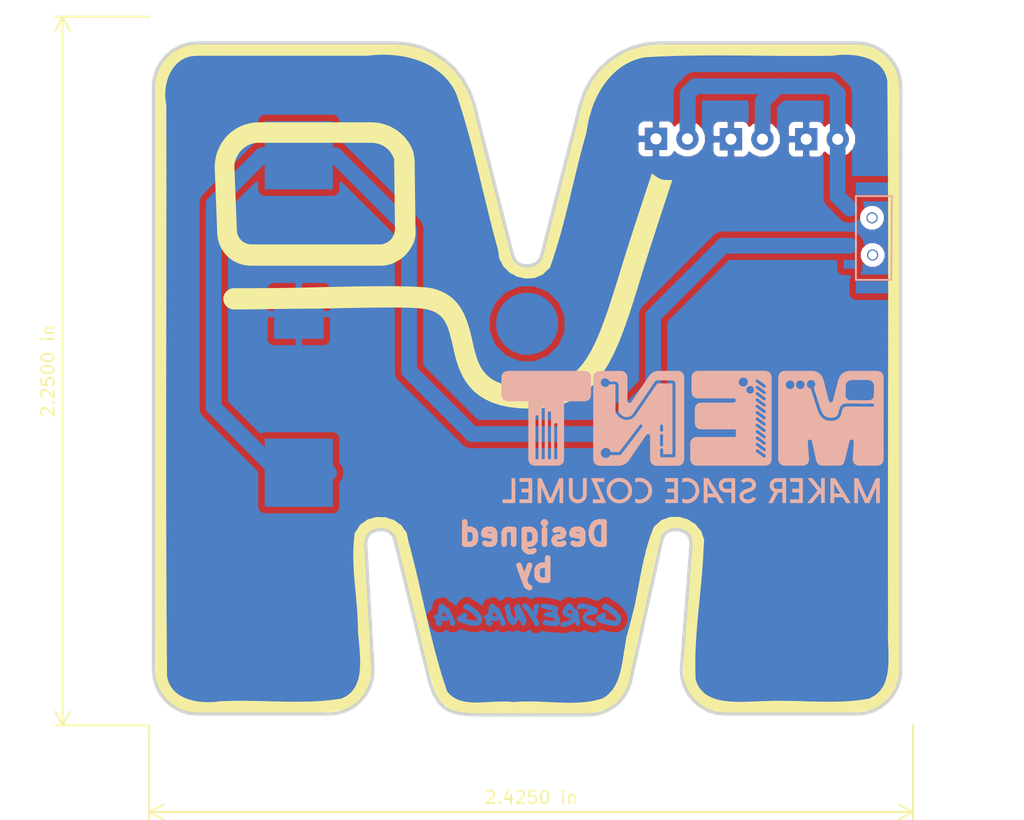
<source format=kicad_pcb>
(kicad_pcb (version 20171130) (host pcbnew 5.0.2-bee76a0~70~ubuntu16.04.1)
  (title_block (title "Project Title"))
  (layers (0 F.Cu signal) (31 B.Cu signal) (34 B.Paste user) (35 F.Paste user) (36 B.SilkS user) (37 F.SilkS user) (38 B.Mask user) (39 F.Mask user) (44 Edge.Cuts user))
  (net 0 "")
  (net 1 "Net-(BT1-Pad1)")
  (net 2 GND)
  (net 3 "Net-(D1-Pad2)")
  (module Cozumel:S8211R_Battery_Holder (layer B.Cu) (at 120.015 100.1776 270)
    (fp_text reference BT1)
    (fp_text value Battery_Cell)
    (pad 2 smd rect (at 0 0 270) (size 4 4) (layers B.Cu B.Paste B.Mask) (net 2 GND))
    (pad 1 smd rect (at -12.8 0 270) (size 5.5 5.5) (layers B.Cu B.Paste B.Mask) (net 1 "Net-(BT1-Pad1)"))
    (pad 1 smd rect (at 12.8 0 270) (size 5.5 5.5) (layers B.Cu B.Paste B.Mask) (net 1 "Net-(BT1-Pad1)"))
  )
  (module HG:MSK12C02 (layer B.Cu) (at 167.64 90.17 180)
    (fp_text reference SW1 hide)
    (fp_text value SW_SPDT hide)
    (pad "" np_thru_hole circle (at 1.35 -5.25 180) (size 0.9 0.9) (drill 0.7) (layers *.Cu *.Mask))
    (pad "" np_thru_hole circle (at 1.4 -2.25 180) (size 0.9 0.9) (drill 0.7) (layers *.Cu *.Mask))
    (pad NC smd rect (at 1.3 -7.85 180) (size 2.8 1) (layers B.Cu B.Paste B.Mask))
    (pad 2 smd rect (at 3.2 -4.5 90) (size 0.7 1) (layers B.Cu B.Paste B.Mask) (net 1 "Net-(BT1-Pad1)"))
    (pad 3 smd rect (at 3.2 -6 90) (size 0.7 1) (layers B.Cu B.Paste B.Mask))
    (pad 1 smd rect (at 3.2 -1.5 90) (size 0.7 1) (layers B.Cu B.Paste B.Mask) (net 3 "Net-(D1-Pad2)"))
    (pad NC smd rect (at 1.3 0.1 180) (size 2.8 1) (layers B.Cu B.Paste B.Mask))
  )
  (module Cozumel:LED_D3.0mm (layer F.Cu) (at 148.8186 86.0552)
    (fp_text reference D1)
    (fp_text value LED)
    (pad 1 thru_hole rect (at 0 0) (size 1.8 1.8) (drill 0.9) (layers *.Cu *.Mask) (net 2 GND))
    (pad 2 thru_hole circle (at 2.54 0) (size 1.8 1.8) (drill 0.9) (layers *.Cu *.Mask) (net 3 "Net-(D1-Pad2)"))
  )
  (module Cozumel:LED_D3.0mm (layer F.Cu) (at 154.8638 86.0806)
    (fp_text reference D2)
    (fp_text value LED)
    (pad 2 thru_hole circle (at 2.54 0) (size 1.8 1.8) (drill 0.9) (layers *.Cu *.Mask) (net 3 "Net-(D1-Pad2)"))
    (pad 1 thru_hole rect (at 0 0) (size 1.8 1.8) (drill 0.9) (layers *.Cu *.Mask) (net 2 GND))
  )
  (module Cozumel:LED_D3.0mm (layer F.Cu) (at 160.9344 86.0806)
    (fp_text reference D3)
    (fp_text value LED)
    (pad 1 thru_hole rect (at 0 0) (size 1.8 1.8) (drill 0.9) (layers *.Cu *.Mask) (net 2 GND))
    (pad 2 thru_hole circle (at 2.54 0) (size 1.8 1.8) (drill 0.9) (layers *.Cu *.Mask) (net 3 "Net-(D1-Pad2)"))
  )
  (module Cozumel:Edge.SilkS.All.01 (layer F.Cu) (at 138.43 105.41)
    (fp_text reference svg2mod hide)
    (fp_text value G*** hide)
    (fp_line (start 17.314042 27.026845) (end 15.992359 27.026845) (layer Edge.Cuts) (width 0.264375))
    (fp_line (start 18.635723 27.026845) (end 17.314042 27.026845) (layer Edge.Cuts) (width 0.264375))
    (fp_line (start 19.957406 27.026845) (end 18.635723 27.026845) (layer Edge.Cuts) (width 0.264375))
    (fp_line (start 21.279087 27.026845) (end 19.957406 27.026845) (layer Edge.Cuts) (width 0.264375))
    (fp_line (start 22.60077 27.026845) (end 21.279087 27.026845) (layer Edge.Cuts) (width 0.264375))
    (fp_line (start 23.922453 27.026845) (end 22.60077 27.026845) (layer Edge.Cuts) (width 0.264375))
    (fp_line (start 25.244134 27.026845) (end 23.922453 27.026845) (layer Edge.Cuts) (width 0.264375))
    (fp_line (start 26.565817 27.026845) (end 25.244134 27.026845) (layer Edge.Cuts) (width 0.264375))
    (fp_line (start 27.288354 26.954824) (end 26.565817 27.026845) (layer Edge.Cuts) (width 0.264375))
    (fp_line (start 27.95978 26.748051) (end 27.288354 26.954824) (layer Edge.Cuts) (width 0.264375))
    (fp_line (start 28.566154 26.42047) (end 27.95978 26.748051) (layer Edge.Cuts) (width 0.264375))
    (fp_line (start 29.093537 25.98602) (end 28.566154 26.42047) (layer Edge.Cuts) (width 0.264375))
    (fp_line (start 29.527987 25.458637) (end 29.093537 25.98602) (layer Edge.Cuts) (width 0.264375))
    (fp_line (start 29.855568 24.852263) (end 29.527987 25.458637) (layer Edge.Cuts) (width 0.264375))
    (fp_line (start 30.062341 24.18084) (end 29.855568 24.852263) (layer Edge.Cuts) (width 0.264375))
    (fp_line (start 30.093524 24.004454) (end 30.062341 24.18084) (layer Edge.Cuts) (width 0.264375))
    (fp_line (start 30.116074 23.82509) (end 30.093524 24.004454) (layer Edge.Cuts) (width 0.264375))
    (fp_line (start 30.129761 23.642966) (end 30.116074 23.82509) (layer Edge.Cuts) (width 0.264375))
    (fp_line (start 30.134362 23.458303) (end 30.129761 23.642966) (layer Edge.Cuts) (width 0.264375))
    (fp_line (start 30.134362 21.989997) (end 30.134362 23.458303) (layer Edge.Cuts) (width 0.264375))
    (fp_line (start 30.134362 20.52169) (end 30.134362 21.989997) (layer Edge.Cuts) (width 0.264375))
    (fp_line (start 30.134362 19.053381) (end 30.134362 20.52169) (layer Edge.Cuts) (width 0.264375))
    (fp_line (start 30.134362 17.585075) (end 30.134362 19.053381) (layer Edge.Cuts) (width 0.264375))
    (fp_line (start 30.134362 16.116769) (end 30.134362 17.585075) (layer Edge.Cuts) (width 0.264375))
    (fp_line (start 30.134362 14.648463) (end 30.134362 16.116769) (layer Edge.Cuts) (width 0.264375))
    (fp_line (start 30.134362 13.180157) (end 30.134362 14.648463) (layer Edge.Cuts) (width 0.264375))
    (fp_line (start 30.134362 11.71185) (end 30.134362 13.180157) (layer Edge.Cuts) (width 0.264375))
    (fp_line (start 30.134362 10.243541) (end 30.134362 11.71185) (layer Edge.Cuts) (width 0.264375))
    (fp_line (start 30.134362 8.775235) (end 30.134362 10.243541) (layer Edge.Cuts) (width 0.264375))
    (fp_line (start 30.134362 7.306929) (end 30.134362 8.775235) (layer Edge.Cuts) (width 0.264375))
    (fp_line (start 30.134362 5.838623) (end 30.134362 7.306929) (layer Edge.Cuts) (width 0.264375))
    (fp_line (start 30.134362 4.370316) (end 30.134362 5.838623) (layer Edge.Cuts) (width 0.264375))
    (fp_line (start 30.134362 2.90201) (end 30.134362 4.370316) (layer Edge.Cuts) (width 0.264375))
    (fp_line (start 30.134362 1.433701) (end 30.134362 2.90201) (layer Edge.Cuts) (width 0.264375))
    (fp_line (start 30.134362 -0.034605) (end 30.134362 1.433701) (layer Edge.Cuts) (width 0.264375))
    (fp_line (start 30.134362 -1.502911) (end 30.134362 -0.034605) (layer Edge.Cuts) (width 0.264375))
    (fp_line (start 30.134362 -2.971218) (end 30.134362 -1.502911) (layer Edge.Cuts) (width 0.264375))
    (fp_line (start 30.134362 -4.439524) (end 30.134362 -2.971218) (layer Edge.Cuts) (width 0.264375))
    (fp_line (start 30.134362 -5.907831) (end 30.134362 -4.439524) (layer Edge.Cuts) (width 0.264375))
    (fp_line (start 30.134362 -7.376138) (end 30.134362 -5.907831) (layer Edge.Cuts) (width 0.264375))
    (fp_line (start 30.134362 -8.844444) (end 30.134362 -7.376138) (layer Edge.Cuts) (width 0.264375))
    (fp_line (start 30.134362 -10.312751) (end 30.134362 -8.844444) (layer Edge.Cuts) (width 0.264375))
    (fp_line (start 30.134362 -11.781058) (end 30.134362 -10.312751) (layer Edge.Cuts) (width 0.264375))
    (fp_line (start 30.134362 -13.249364) (end 30.134362 -11.781058) (layer Edge.Cuts) (width 0.264375))
    (fp_line (start 30.134362 -14.717671) (end 30.134362 -13.249364) (layer Edge.Cuts) (width 0.264375))
    (fp_line (start 30.134362 -16.185978) (end 30.134362 -14.717671) (layer Edge.Cuts) (width 0.264375))
    (fp_line (start 30.134362 -17.654284) (end 30.134362 -16.185978) (layer Edge.Cuts) (width 0.264375))
    (fp_line (start 30.134362 -19.122591) (end 30.134362 -17.654284) (layer Edge.Cuts) (width 0.264375))
    (fp_line (start 30.134362 -20.590898) (end 30.134362 -19.122591) (layer Edge.Cuts) (width 0.264375))
    (fp_line (start 30.134362 -22.059204) (end 30.134362 -20.590898) (layer Edge.Cuts) (width 0.264375))
    (fp_line (start 30.134362 -23.527511) (end 30.134362 -22.059204) (layer Edge.Cuts) (width 0.264375))
    (fp_line (start 30.062341 -24.250048) (end 30.134362 -23.527511) (layer Edge.Cuts) (width 0.264375))
    (fp_line (start 29.855568 -24.921473) (end 30.062341 -24.250048) (layer Edge.Cuts) (width 0.264375))
    (fp_line (start 29.527987 -25.527847) (end 29.855568 -24.921473) (layer Edge.Cuts) (width 0.264375))
    (fp_line (start 29.093537 -26.055229) (end 29.527987 -25.527847) (layer Edge.Cuts) (width 0.264375))
    (fp_line (start 28.566154 -26.48968) (end 29.093537 -26.055229) (layer Edge.Cuts) (width 0.264375))
    (fp_line (start 27.95978 -26.817262) (end 28.566154 -26.48968) (layer Edge.Cuts) (width 0.264375))
    (fp_line (start 27.288354 -27.024033) (end 27.95978 -26.817262) (layer Edge.Cuts) (width 0.264375))
    (fp_line (start 26.565817 -27.096054) (end 27.288354 -27.024033) (layer Edge.Cuts) (width 0.264375))
    (fp_line (start 24.575033 -27.096054) (end 26.565817 -27.096054) (layer Edge.Cuts) (width 0.264375))
    (fp_line (start 22.584249 -27.096054) (end 24.575033 -27.096054) (layer Edge.Cuts) (width 0.264375))
    (fp_line (start 20.593464 -27.096054) (end 22.584249 -27.096054) (layer Edge.Cuts) (width 0.264375))
    (fp_line (start 18.60268 -27.096054) (end 20.593464 -27.096054) (layer Edge.Cuts) (width 0.264375))
    (fp_line (start 16.611896 -27.096054) (end 18.60268 -27.096054) (layer Edge.Cuts) (width 0.264375))
    (fp_line (start 14.621112 -27.096054) (end 16.611896 -27.096054) (layer Edge.Cuts) (width 0.264375))
    (fp_line (start 12.630328 -27.096054) (end 14.621112 -27.096054) (layer Edge.Cuts) (width 0.264375))
    (fp_line (start 10.639544 -27.096054) (end 12.630328 -27.096054) (layer Edge.Cuts) (width 0.264375))
    (fp_line (start 9.542961 -27.002349) (end 10.639544 -27.096054) (layer Edge.Cuts) (width 0.264375))
    (fp_line (start 8.495942 -26.730526) (end 9.542961 -27.002349) (layer Edge.Cuts) (width 0.264375))
    (fp_line (start 7.517068 -26.294526) (end 8.495942 -26.730526) (layer Edge.Cuts) (width 0.264375))
    (fp_line (start 6.624933 -25.708287) (end 7.517068 -26.294526) (layer Edge.Cuts) (width 0.264375))
    (fp_line (start 5.83812 -24.98575) (end 6.624933 -25.708287) (layer Edge.Cuts) (width 0.264375))
    (fp_line (start 5.175214 -24.140854) (end 5.83812 -24.98575) (layer Edge.Cuts) (width 0.264375))
    (fp_line (start 4.654801 -23.187539) (end 5.175214 -24.140854) (layer Edge.Cuts) (width 0.264375))
    (fp_line (start 4.295468 -22.139744) (end 4.654801 -23.187539) (layer Edge.Cuts) (width 0.264375))
    (fp_line (start 3.907223 -20.62807) (end 4.295468 -22.139744) (layer Edge.Cuts) (width 0.264375))
    (fp_line (start 3.518978 -19.116396) (end 3.907223 -20.62807) (layer Edge.Cuts) (width 0.264375))
    (fp_line (start 3.130734 -17.604721) (end 3.518978 -19.116396) (layer Edge.Cuts) (width 0.264375))
    (fp_line (start 2.742489 -16.093047) (end 3.130734 -17.604721) (layer Edge.Cuts) (width 0.264375))
    (fp_line (start 2.354247 -14.581373) (end 2.742489 -16.093047) (layer Edge.Cuts) (width 0.264375))
    (fp_line (start 1.966003 -13.069698) (end 2.354247 -14.581373) (layer Edge.Cuts) (width 0.264375))
    (fp_line (start 1.577758 -11.558024) (end 1.966003 -13.069698) (layer Edge.Cuts) (width 0.264375))
    (fp_line (start 1.189514 -10.04635) (end 1.577758 -11.558024) (layer Edge.Cuts) (width 0.264375))
    (fp_line (start 1.097743 -9.778915) (end 1.189514 -10.04635) (layer Edge.Cuts) (width 0.264375))
    (fp_line (start 0.975773 -9.56724) (end 1.097743 -9.778915) (layer Edge.Cuts) (width 0.264375))
    (fp_line (start 0.830569 -9.405127) (end 0.975773 -9.56724) (layer Edge.Cuts) (width 0.264375))
    (fp_line (start 0.669101 -9.286382) (end 0.830569 -9.405127) (layer Edge.Cuts) (width 0.264375))
    (fp_line (start 0.498343 -9.204809) (end 0.669101 -9.286382) (layer Edge.Cuts) (width 0.264375))
    (fp_line (start 0.325259 -9.154214) (end 0.498343 -9.204809) (layer Edge.Cuts) (width 0.264375))
    (fp_line (start 0.15682 -9.128399) (end 0.325259 -9.154214) (layer Edge.Cuts) (width 0.264375))
    (fp_line (start 0.000001 -9.121171) (end 0.15682 -9.128399) (layer Edge.Cuts) (width 0.264375))
    (fp_line (start -0.156819 -9.128399) (end 0.000001 -9.121171) (layer Edge.Cuts) (width 0.264375))
    (fp_line (start -0.325258 -9.154214) (end -0.156819 -9.128399) (layer Edge.Cuts) (width 0.264375))
    (fp_line (start -0.498342 -9.204809) (end -0.325258 -9.154214) (layer Edge.Cuts) (width 0.264375))
    (fp_line (start -0.669103 -9.286382) (end -0.498342 -9.204809) (layer Edge.Cuts) (width 0.264375))
    (fp_line (start -0.830571 -9.405127) (end -0.669103 -9.286382) (layer Edge.Cuts) (width 0.264375))
    (fp_line (start -0.975774 -9.56724) (end -0.830571 -9.405127) (layer Edge.Cuts) (width 0.264375))
    (fp_line (start -1.097745 -9.778915) (end -0.975774 -9.56724) (layer Edge.Cuts) (width 0.264375))
    (fp_line (start -1.189515 -10.04635) (end -1.097745 -9.778915) (layer Edge.Cuts) (width 0.264375))
    (fp_line (start -1.57776 -11.566284) (end -1.189515 -10.04635) (layer Edge.Cuts) (width 0.264375))
    (fp_line (start -1.966005 -13.086219) (end -1.57776 -11.566284) (layer Edge.Cuts) (width 0.264375))
    (fp_line (start -2.354249 -14.606154) (end -1.966005 -13.086219) (layer Edge.Cuts) (width 0.264375))
    (fp_line (start -2.742491 -16.126089) (end -2.354249 -14.606154) (layer Edge.Cuts) (width 0.264375))
    (fp_line (start -3.130736 -17.646024) (end -2.742491 -16.126089) (layer Edge.Cuts) (width 0.264375))
    (fp_line (start -3.51898 -19.165959) (end -3.130736 -17.646024) (layer Edge.Cuts) (width 0.264375))
    (fp_line (start -3.907225 -20.685894) (end -3.51898 -19.165959) (layer Edge.Cuts) (width 0.264375))
    (fp_line (start -4.295469 -22.205829) (end -3.907225 -20.685894) (layer Edge.Cuts) (width 0.264375))
    (fp_line (start -4.673774 -23.231811) (end -4.295469 -22.205829) (layer Edge.Cuts) (width 0.264375))
    (fp_line (start -5.203093 -24.168734) (end -4.673774 -23.231811) (layer Edge.Cuts) (width 0.264375))
    (fp_line (start -5.867161 -25.001884) (end -5.203093 -24.168734) (layer Edge.Cuts) (width 0.264375))
    (fp_line (start -6.649715 -25.716548) (end -5.867161 -25.001884) (layer Edge.Cuts) (width 0.264375))
    (fp_line (start -7.534494 -26.298011) (end -6.649715 -25.716548) (layer Edge.Cuts) (width 0.264375))
    (fp_line (start -8.505234 -26.731559) (end -7.534494 -26.298011) (layer Edge.Cuts) (width 0.264375))
    (fp_line (start -9.545671 -27.002478) (end -8.505234 -26.731559) (layer Edge.Cuts) (width 0.264375))
    (fp_line (start -10.639544 -27.096054) (end -9.545671 -27.002478) (layer Edge.Cuts) (width 0.264375))
    (fp_line (start -12.630329 -27.096054) (end -10.639544 -27.096054) (layer Edge.Cuts) (width 0.264375))
    (fp_line (start -14.621113 -27.096054) (end -12.630329 -27.096054) (layer Edge.Cuts) (width 0.264375))
    (fp_line (start -16.611897 -27.096054) (end -14.621113 -27.096054) (layer Edge.Cuts) (width 0.264375))
    (fp_line (start -18.602682 -27.096054) (end -16.611897 -27.096054) (layer Edge.Cuts) (width 0.264375))
    (fp_line (start -20.593466 -27.096054) (end -18.602682 -27.096054) (layer Edge.Cuts) (width 0.264375))
    (fp_line (start -22.58425 -27.096054) (end -20.593466 -27.096054) (layer Edge.Cuts) (width 0.264375))
    (fp_line (start -24.575034 -27.096054) (end -22.58425 -27.096054) (layer Edge.Cuts) (width 0.264375))
    (fp_line (start -26.565819 -27.096054) (end -24.575034 -27.096054) (layer Edge.Cuts) (width 0.264375))
    (fp_line (start -27.288356 -27.024033) (end -26.565819 -27.096054) (layer Edge.Cuts) (width 0.264375))
    (fp_line (start -27.959781 -26.817262) (end -27.288356 -27.024033) (layer Edge.Cuts) (width 0.264375))
    (fp_line (start -28.566154 -26.48968) (end -27.959781 -26.817262) (layer Edge.Cuts) (width 0.264375))
    (fp_line (start -29.093537 -26.055229) (end -28.566154 -26.48968) (layer Edge.Cuts) (width 0.264375))
    (fp_line (start -29.527988 -25.527847) (end -29.093537 -26.055229) (layer Edge.Cuts) (width 0.264375))
    (fp_line (start -29.855569 -24.921473) (end -29.527988 -25.527847) (layer Edge.Cuts) (width 0.264375))
    (fp_line (start -30.06234 -24.250048) (end -29.855569 -24.921473) (layer Edge.Cuts) (width 0.264375))
    (fp_line (start -30.093523 -24.073661) (end -30.06234 -24.250048) (layer Edge.Cuts) (width 0.264375))
    (fp_line (start -30.116066 -23.894297) (end -30.093523 -24.073661) (layer Edge.Cuts) (width 0.264375))
    (fp_line (start -30.129751 -23.712175) (end -30.116066 -23.894297) (layer Edge.Cuts) (width 0.264375))
    (fp_line (start -30.134362 -23.527511) (end -30.129751 -23.712175) (layer Edge.Cuts) (width 0.264375))
    (fp_line (start -30.134362 -22.059204) (end -30.134362 -23.527511) (layer Edge.Cuts) (width 0.264375))
    (fp_line (start -30.134362 -20.590898) (end -30.134362 -22.059204) (layer Edge.Cuts) (width 0.264375))
    (fp_line (start -30.134362 -19.122591) (end -30.134362 -20.590898) (layer Edge.Cuts) (width 0.264375))
    (fp_line (start -30.134362 -17.654284) (end -30.134362 -19.122591) (layer Edge.Cuts) (width 0.264375))
    (fp_line (start -30.134362 -16.185978) (end -30.134362 -17.654284) (layer Edge.Cuts) (width 0.264375))
    (fp_line (start -30.134362 -14.717671) (end -30.134362 -16.185978) (layer Edge.Cuts) (width 0.264375))
    (fp_line (start -30.134362 -13.249364) (end -30.134362 -14.717671) (layer Edge.Cuts) (width 0.264375))
    (fp_line (start -30.134362 -11.781058) (end -30.134362 -13.249364) (layer Edge.Cuts) (width 0.264375))
    (fp_line (start -30.134362 -10.312751) (end -30.134362 -11.781058) (layer Edge.Cuts) (width 0.264375))
    (fp_line (start -30.134362 -8.844444) (end -30.134362 -10.312751) (layer Edge.Cuts) (width 0.264375))
    (fp_line (start -30.134362 -7.376138) (end -30.134362 -8.844444) (layer Edge.Cuts) (width 0.264375))
    (fp_line (start -30.134362 -5.907831) (end -30.134362 -7.376138) (layer Edge.Cuts) (width 0.264375))
    (fp_line (start -30.134362 -4.439524) (end -30.134362 -5.907831) (layer Edge.Cuts) (width 0.264375))
    (fp_line (start -30.134362 -2.971218) (end -30.134362 -4.439524) (layer Edge.Cuts) (width 0.264375))
    (fp_line (start -30.134362 -1.502911) (end -30.134362 -2.971218) (layer Edge.Cuts) (width 0.264375))
    (fp_line (start -30.134362 -0.034605) (end -30.134362 -1.502911) (layer Edge.Cuts) (width 0.264375))
    (fp_line (start -30.134362 1.433701) (end -30.134362 -0.034605) (layer Edge.Cuts) (width 0.264375))
    (fp_line (start -30.134362 2.90201) (end -30.134362 1.433701) (layer Edge.Cuts) (width 0.264375))
    (fp_line (start -30.134362 4.370316) (end -30.134362 2.90201) (layer Edge.Cuts) (width 0.264375))
    (fp_line (start -30.134362 5.838623) (end -30.134362 4.370316) (layer Edge.Cuts) (width 0.264375))
    (fp_line (start -30.134362 7.306929) (end -30.134362 5.838623) (layer Edge.Cuts) (width 0.264375))
    (fp_line (start -30.134362 8.775235) (end -30.134362 7.306929) (layer Edge.Cuts) (width 0.264375))
    (fp_line (start -30.134362 10.243541) (end -30.134362 8.775235) (layer Edge.Cuts) (width 0.264375))
    (fp_line (start -30.134362 11.71185) (end -30.134362 10.243541) (layer Edge.Cuts) (width 0.264375))
    (fp_line (start -30.134362 13.180157) (end -30.134362 11.71185) (layer Edge.Cuts) (width 0.264375))
    (fp_line (start -30.134362 14.648463) (end -30.134362 13.180157) (layer Edge.Cuts) (width 0.264375))
    (fp_line (start -30.134362 16.116769) (end -30.134362 14.648463) (layer Edge.Cuts) (width 0.264375))
    (fp_line (start -30.134362 17.585075) (end -30.134362 16.116769) (layer Edge.Cuts) (width 0.264375))
    (fp_line (start -30.134362 19.053381) (end -30.134362 17.585075) (layer Edge.Cuts) (width 0.264375))
    (fp_line (start -30.134362 20.52169) (end -30.134362 19.053381) (layer Edge.Cuts) (width 0.264375))
    (fp_line (start -30.134362 21.989997) (end -30.134362 20.52169) (layer Edge.Cuts) (width 0.264375))
    (fp_line (start -30.134362 23.458303) (end -30.134362 21.989997) (layer Edge.Cuts) (width 0.264375))
    (fp_line (start -30.06234 24.18084) (end -30.134362 23.458303) (layer Edge.Cuts) (width 0.264375))
    (fp_line (start -29.855569 24.852263) (end -30.06234 24.18084) (layer Edge.Cuts) (width 0.264375))
    (fp_line (start -29.527988 25.458637) (end -29.855569 24.852263) (layer Edge.Cuts) (width 0.264375))
    (fp_line (start -29.093537 25.98602) (end -29.527988 25.458637) (layer Edge.Cuts) (width 0.264375))
    (fp_line (start -28.566154 26.420459) (end -29.093537 25.98602) (layer Edge.Cuts) (width 0.264375))
    (fp_line (start -27.959781 26.74804) (end -28.566154 26.420459) (layer Edge.Cuts) (width 0.264375))
    (fp_line (start -27.288356 26.954813) (end -27.959781 26.74804) (layer Edge.Cuts) (width 0.264375))
    (fp_line (start -26.565819 27.026833) (end -27.288356 26.954813) (layer Edge.Cuts) (width 0.264375))
    (fp_line (start -25.244136 27.026833) (end -26.565819 27.026833) (layer Edge.Cuts) (width 0.264375))
    (fp_line (start -23.922454 27.026833) (end -25.244136 27.026833) (layer Edge.Cuts) (width 0.264375))
    (fp_line (start -22.600771 27.026833) (end -23.922454 27.026833) (layer Edge.Cuts) (width 0.264375))
    (fp_line (start -21.279089 27.026833) (end -22.600771 27.026833) (layer Edge.Cuts) (width 0.264375))
    (fp_line (start -19.957406 27.026833) (end -21.279089 27.026833) (layer Edge.Cuts) (width 0.264375))
    (fp_line (start -18.635724 27.026833) (end -19.957406 27.026833) (layer Edge.Cuts) (width 0.264375))
    (fp_line (start -17.314041 27.026833) (end -18.635724 27.026833) (layer Edge.Cuts) (width 0.264375))
    (fp_line (start -15.992359 27.026833) (end -17.314041 27.026833) (layer Edge.Cuts) (width 0.264375))
    (fp_line (start -15.269822 26.954813) (end -15.992359 27.026833) (layer Edge.Cuts) (width 0.264375))
    (fp_line (start -14.598397 26.74804) (end -15.269822 26.954813) (layer Edge.Cuts) (width 0.264375))
    (fp_line (start -13.992023 26.420459) (end -14.598397 26.74804) (layer Edge.Cuts) (width 0.264375))
    (fp_line (start -13.464641 25.986009) (end -13.992023 26.420459) (layer Edge.Cuts) (width 0.264375))
    (fp_line (start -13.03019 25.458626) (end -13.464641 25.986009) (layer Edge.Cuts) (width 0.264375))
    (fp_line (start -12.702608 24.852252) (end -13.03019 25.458626) (layer Edge.Cuts) (width 0.264375))
    (fp_line (start -12.495837 24.180828) (end -12.702608 24.852252) (layer Edge.Cuts) (width 0.264375))
    (fp_line (start -12.423816 23.458291) (end -12.495837 24.180828) (layer Edge.Cuts) (width 0.264375))
    (fp_line (start -12.498161 22.194433) (end -12.423816 23.458291) (layer Edge.Cuts) (width 0.264375))
    (fp_line (start -12.572505 20.930574) (end -12.498161 22.194433) (layer Edge.Cuts) (width 0.264375))
    (fp_line (start -12.64685 19.666715) (end -12.572505 20.930574) (layer Edge.Cuts) (width 0.264375))
    (fp_line (start -12.721195 18.402853) (end -12.64685 19.666715) (layer Edge.Cuts) (width 0.264375))
    (fp_line (start -12.795539 17.138995) (end -12.721195 18.402853) (layer Edge.Cuts) (width 0.264375))
    (fp_line (start -12.869884 15.875136) (end -12.795539 17.138995) (layer Edge.Cuts) (width 0.264375))
    (fp_line (start -12.944228 14.611277) (end -12.869884 15.875136) (layer Edge.Cuts) (width 0.264375))
    (fp_line (start -13.018573 13.347418) (end -12.944228 14.611277) (layer Edge.Cuts) (width 0.264375))
    (fp_line (start -12.978174 12.973759) (end -13.018573 13.347418) (layer Edge.Cuts) (width 0.264375))
    (fp_line (start -12.868851 12.687611) (end -12.978174 12.973759) (layer Edge.Cuts) (width 0.264375))
    (fp_line (start -12.708416 12.477353) (end -12.868851 12.687611) (layer Edge.Cuts) (width 0.264375))
    (fp_line (start -12.514682 12.331376) (end -12.708416 12.477353) (layer Edge.Cuts) (width 0.264375))
    (fp_line (start -12.305458 12.238056) (end -12.514682 12.331376) (layer Edge.Cuts) (width 0.264375))
    (fp_line (start -12.098558 12.185783) (end -12.305458 12.238056) (layer Edge.Cuts) (width 0.264375))
    (fp_line (start -11.911793 12.162951) (end -12.098558 12.185783) (layer Edge.Cuts) (width 0.264375))
    (fp_line (start -11.762975 12.157928) (end -11.911793 12.162951) (layer Edge.Cuts) (width 0.264375))
    (fp_line (start -11.451785 12.189551) (end -11.762975 12.157928) (layer Edge.Cuts) (width 0.264375))
    (fp_line (start -11.206422 12.274607) (end -11.451785 12.189551) (layer Edge.Cuts) (width 0.264375))
    (fp_line (start -11.018367 12.398387) (end -11.206422 12.274607) (layer Edge.Cuts) (width 0.264375))
    (fp_line (start -10.879099 12.546173) (end -11.018367 12.398387) (layer Edge.Cuts) (width 0.264375))
    (fp_line (start -10.780102 12.703252) (end -10.879099 12.546173) (layer Edge.Cuts) (width 0.264375))
    (fp_line (start -10.712856 12.85491) (end -10.780102 12.703252) (layer Edge.Cuts) (width 0.264375))
    (fp_line (start -10.668844 12.986431) (end -10.712856 12.85491) (layer Edge.Cuts) (width 0.264375))
    (fp_line (start -10.639544 13.083106) (end -10.668844 12.986431) (layer Edge.Cuts) (width 0.264375))
    (fp_line (start -10.292603 14.503914) (end -10.639544 13.083106) (layer Edge.Cuts) (width 0.264375))
    (fp_line (start -9.945661 15.924722) (end -10.292603 14.503914) (layer Edge.Cuts) (width 0.264375))
    (fp_line (start -9.598719 17.345531) (end -9.945661 15.924722) (layer Edge.Cuts) (width 0.264375))
    (fp_line (start -9.251778 18.766339) (end -9.598719 17.345531) (layer Edge.Cuts) (width 0.264375))
    (fp_line (start -8.904836 20.18715) (end -9.251778 18.766339) (layer Edge.Cuts) (width 0.264375))
    (fp_line (start -8.557895 21.607958) (end -8.904836 20.18715) (layer Edge.Cuts) (width 0.264375))
    (fp_line (start -8.210953 23.028766) (end -8.557895 21.607958) (layer Edge.Cuts) (width 0.264375))
    (fp_line (start -7.864011 24.449574) (end -8.210953 23.028766) (layer Edge.Cuts) (width 0.264375))
    (fp_line (start -7.533849 25.379011) (end -7.864011 24.449574) (layer Edge.Cuts) (width 0.264375))
    (fp_line (start -7.130891 26.061408) (end -7.533849 25.379011) (layer Edge.Cuts) (width 0.264375))
    (fp_line (start -6.644295 26.534708) (end -7.130891 26.061408) (layer Edge.Cuts) (width 0.264375))
    (fp_line (start -6.063219 26.836861) (end -6.644295 26.534708) (layer Edge.Cuts) (width 0.264375))
    (fp_line (start -5.376822 27.005816) (end -6.063219 26.836861) (layer Edge.Cuts) (width 0.264375))
    (fp_line (start -4.574261 27.079516) (end -5.376822 27.005816) (layer Edge.Cuts) (width 0.264375))
    (fp_line (start -3.644694 27.095913) (end -4.574261 27.079516) (layer Edge.Cuts) (width 0.264375))
    (fp_line (start -2.577281 27.092949) (end -3.644694 27.095913) (layer Edge.Cuts) (width 0.264375))
    (fp_line (start -1.643842 27.092949) (end -2.577281 27.092949) (layer Edge.Cuts) (width 0.264375))
    (fp_line (start -0.710404 27.092949) (end -1.643842 27.092949) (layer Edge.Cuts) (width 0.264375))
    (fp_line (start 0.223035 27.092949) (end -0.710404 27.092949) (layer Edge.Cuts) (width 0.264375))
    (fp_line (start 1.156471 27.092949) (end 0.223035 27.092949) (layer Edge.Cuts) (width 0.264375))
    (fp_line (start 2.08991 27.092949) (end 1.156471 27.092949) (layer Edge.Cuts) (width 0.264375))
    (fp_line (start 3.023348 27.092949) (end 2.08991 27.092949) (layer Edge.Cuts) (width 0.264375))
    (fp_line (start 3.956787 27.092949) (end 3.023348 27.092949) (layer Edge.Cuts) (width 0.264375))
    (fp_line (start 4.890226 27.092949) (end 3.956787 27.092949) (layer Edge.Cuts) (width 0.264375))
    (fp_line (start 5.495953 27.044419) (end 4.890226 27.092949) (layer Edge.Cuts) (width 0.264375))
    (fp_line (start 6.068382 26.902957) (end 5.495953 27.044419) (layer Edge.Cuts) (width 0.264375))
    (fp_line (start 6.598991 26.674761) (end 6.068382 26.902957) (layer Edge.Cuts) (width 0.264375))
    (fp_line (start 7.079262 26.366024) (end 6.598991 26.674761) (layer Edge.Cuts) (width 0.264375))
    (fp_line (start 7.500677 25.982944) (end 7.079262 26.366024) (layer Edge.Cuts) (width 0.264375))
    (fp_line (start 7.854719 25.531713) (end 7.500677 25.982944) (layer Edge.Cuts) (width 0.264375))
    (fp_line (start 8.132866 25.018529) (end 7.854719 25.531713) (layer Edge.Cuts) (width 0.264375))
    (fp_line (start 8.3266 24.449586) (end 8.132866 25.018529) (layer Edge.Cuts) (width 0.264375))
    (fp_line (start 8.640499 23.028777) (end 8.3266 24.449586) (layer Edge.Cuts) (width 0.264375))
    (fp_line (start 8.954398 21.607969) (end 8.640499 23.028777) (layer Edge.Cuts) (width 0.264375))
    (fp_line (start 9.268299 20.187161) (end 8.954398 21.607969) (layer Edge.Cuts) (width 0.264375))
    (fp_line (start 9.582198 18.76635) (end 9.268299 20.187161) (layer Edge.Cuts) (width 0.264375))
    (fp_line (start 9.896097 17.345542) (end 9.582198 18.76635) (layer Edge.Cuts) (width 0.264375))
    (fp_line (start 10.209996 15.924734) (end 9.896097 17.345542) (layer Edge.Cuts) (width 0.264375))
    (fp_line (start 10.523897 14.503925) (end 10.209996 15.924734) (layer Edge.Cuts) (width 0.264375))
    (fp_line (start 10.837796 13.083117) (end 10.523897 14.503925) (layer Edge.Cuts) (width 0.264375))
    (fp_line (start 10.867096 12.967471) (end 10.837796 13.083117) (layer Edge.Cuts) (width 0.264375))
    (fp_line (start 10.911109 12.82704) (end 10.867096 12.967471) (layer Edge.Cuts) (width 0.264375))
    (fp_line (start 10.978354 12.674222) (end 10.911109 12.82704) (layer Edge.Cuts) (width 0.264375))
    (fp_line (start 11.077352 12.521402) (end 10.978354 12.674222) (layer Edge.Cuts) (width 0.264375))
    (fp_line (start 11.216617 12.380974) (end 11.077352 12.521402) (layer Edge.Cuts) (width 0.264375))
    (fp_line (start 11.404673 12.265325) (end 11.216617 12.380974) (layer Edge.Cuts) (width 0.264375))
    (fp_line (start 11.650037 12.18685) (end 11.404673 12.265325) (layer Edge.Cuts) (width 0.264375))
    (fp_line (start 11.961227 12.157939) (end 11.650037 12.18685) (layer Edge.Cuts) (width 0.264375))
    (fp_line (start 12.110045 12.162963) (end 11.961227 12.157939) (layer Edge.Cuts) (width 0.264375))
    (fp_line (start 12.296809 12.185795) (end 12.110045 12.162963) (layer Edge.Cuts) (width 0.264375))
    (fp_line (start 12.503709 12.238068) (end 12.296809 12.185795) (layer Edge.Cuts) (width 0.264375))
    (fp_line (start 12.712934 12.331387) (end 12.503709 12.238068) (layer Edge.Cuts) (width 0.264375))
    (fp_line (start 12.906668 12.477364) (end 12.712934 12.331387) (layer Edge.Cuts) (width 0.264375))
    (fp_line (start 13.067103 12.687622) (end 12.906668 12.477364) (layer Edge.Cuts) (width 0.264375))
    (fp_line (start 13.176425 12.97377) (end 13.067103 12.687622) (layer Edge.Cuts) (width 0.264375))
    (fp_line (start 13.216825 13.34743) (end 13.176425 12.97377) (layer Edge.Cuts) (width 0.264375))
    (fp_line (start 13.117697 14.611288) (end 13.216825 13.34743) (layer Edge.Cuts) (width 0.264375))
    (fp_line (start 13.018572 15.875147) (end 13.117697 14.611288) (layer Edge.Cuts) (width 0.264375))
    (fp_line (start 12.919445 17.139006) (end 13.018572 15.875147) (layer Edge.Cuts) (width 0.264375))
    (fp_line (start 12.82032 18.402865) (end 12.919445 17.139006) (layer Edge.Cuts) (width 0.264375))
    (fp_line (start 12.721192 19.666726) (end 12.82032 18.402865) (layer Edge.Cuts) (width 0.264375))
    (fp_line (start 12.622067 20.930585) (end 12.721192 19.666726) (layer Edge.Cuts) (width 0.264375))
    (fp_line (start 12.522942 22.194444) (end 12.622067 20.930585) (layer Edge.Cuts) (width 0.264375))
    (fp_line (start 12.423814 23.458303) (end 12.522942 22.194444) (layer Edge.Cuts) (width 0.264375))
    (fp_line (start 12.495835 24.18084) (end 12.423814 23.458303) (layer Edge.Cuts) (width 0.264375))
    (fp_line (start 12.702608 24.852263) (end 12.495835 24.18084) (layer Edge.Cuts) (width 0.264375))
    (fp_line (start 13.030189 25.458637) (end 12.702608 24.852263) (layer Edge.Cuts) (width 0.264375))
    (fp_line (start 13.464641 25.98602) (end 13.030189 25.458637) (layer Edge.Cuts) (width 0.264375))
    (fp_line (start 13.992024 26.42047) (end 13.464641 25.98602) (layer Edge.Cuts) (width 0.264375))
    (fp_line (start 14.598396 26.748051) (end 13.992024 26.42047) (layer Edge.Cuts) (width 0.264375))
    (fp_line (start 15.269822 26.954824) (end 14.598396 26.748051) (layer Edge.Cuts) (width 0.264375))
    (fp_line (start 15.992359 27.026845) (end 15.269822 26.954824) (layer Edge.Cuts) (width 0.264375))
  )
  (module Cozumel:Pin2_Badge (layer B.Cu) (at 138.43 100.965)
    (fp_text reference REF**)
    (fp_text value Pin2_Badge)
    (pad 1 smd circle (at 0 0) (size 5 5) (layers B.Cu B.Paste B.Mask))
  )
  (module Cozumel:FirmaCuMask (layer B.Cu) (at 138.43 124.46 180)
    (fp_text reference svg2mod hide)
    (fp_text value G*** hide)
    (fp_poly (pts (xy 7.387873 -0.60938) (xy 6.539203 -0.101327) (xy 6.697799 -0.08958) (xy 6.859331 -0.063146) (xy 6.815275 0.118945) (xy 6.765349 0.309847) (xy 6.747726 0.280478) (xy 6.633185 0.142442) (xy 6.54214 -0.00147) (xy 6.506895 -0.054337) (xy 6.474591 -0.107205) (xy 6.506895 -0.104282) (xy 6.539205 -0.101359) (xy 6.539203 -0.101327) (xy 7.387873 -0.60938) (xy 7.335006 -0.712174) (xy 7.255707 -0.803219) (xy 7.155851 -0.867832) (xy 7.038372 -0.897201) (xy 6.985505 -0.876644) (xy 6.959071 -0.859021) (xy 6.941449 -0.85021) (xy 6.929703 -0.841399) (xy 6.894458 -0.826711) (xy 6.906204 -0.788531) (xy 6.903281 -0.753286) (xy 6.868036 -0.715106) (xy 6.850414 -0.697484) (xy 6.835726 -0.679861) (xy 6.7858 -0.624059) (xy 6.865097 -0.603501) (xy 6.962017 -0.550634) (xy 6.982575 -0.441966) (xy 6.882718 -0.439044) (xy 6.803421 -0.459601) (xy 6.694753 -0.486035) (xy 6.577274 -0.494846) (xy 6.533218 -0.494846) (xy 6.489162 -0.489) (xy 6.459793 -0.483155) (xy 6.448047 -0.44791) (xy 6.436301 -0.436163) (xy 6.403991 -0.397983) (xy 6.398145 -0.33337) (xy 6.380522 -0.280503) (xy 6.354089 -0.353927) (xy 6.342342 -0.383296) (xy 6.312974 -0.389142) (xy 6.304162 -0.403829) (xy 6.30124 -0.418516) (xy 6.286552 -0.468443) (xy 6.274806 -0.480189) (xy 6.26306 -0.489) (xy 6.248372 -0.541868) (xy 6.23075 -0.591794) (xy 6.204316 -0.668155) (xy 6.19847 -0.738641) (xy 6.186724 -0.770951) (xy 6.154414 -0.80032) (xy 6.119169 -0.817943) (xy 6.101547 -0.829689) (xy 6.086859 -0.835535) (xy 6.078048 -0.867838) (xy 6.042803 -0.873684) (xy 5.995812 -0.882495) (xy 5.966443 -0.885418) (xy 5.937074 -0.882495) (xy 5.887148 -0.84138) (xy 5.846033 -0.80907) (xy 5.816664 -0.756203) (xy 5.810818 -0.723899) (xy 5.804973 -0.69453) (xy 5.796161 -0.676908) (xy 5.757981 -0.641663) (xy 5.790291 -0.615229) (xy 5.793214 -0.565303) (xy 5.916566 -0.277481) (xy 6.054603 0.004467) (xy 6.09866 0.098449) (xy 6.145651 0.192432) (xy 6.142728 0.212989) (xy 6.148574 0.239423) (xy 6.201441 0.327532) (xy 6.242556 0.409767) (xy 6.289548 0.506687) (xy 6.354161 0.603606) (xy 6.401152 0.624164) (xy 6.421709 0.630009) (xy 6.448143 0.635855) (xy 6.492199 0.630009) (xy 6.63611 0.73574) (xy 6.762399 0.903147) (xy 6.791768 0.944262) (xy 6.829948 0.920769) (xy 6.871063 0.903147) (xy 6.926866 0.888459) (xy 7.026722 0.862026) (xy 7.103083 0.817969) (xy 7.123641 0.747483) (xy 7.132452 0.700491) (xy 7.147139 0.600635) (xy 7.158885 0.489031) (xy 7.182384 0.389174) (xy 7.202942 0.292255) (xy 7.23231 0.154217) (xy 7.27049 0.030865) (xy 7.299859 0.027942) (xy 7.329228 0.036754) (xy 7.367408 0.042599) (xy 7.399712 0.045522) (xy 7.411458 0.016153) (xy 7.440827 -0.013215) (xy 7.496629 -0.030838) (xy 7.528939 -0.057272) (xy 7.552432 -0.074894) (xy 7.596488 -0.092516) (xy 7.572995 -0.136573) (xy 7.487824 -0.239366) (xy 7.367408 -0.318664) (xy 7.370331 -0.353909) (xy 7.379142 -0.386213) (xy 7.39383 -0.489006) (xy 7.39383 -0.597674) (xy 7.387984 -0.60942) (xy 7.387873 -0.60938)) (layer B.Cu) (width 0))
    (fp_poly (pts (xy 5.68688 -0.327432) (xy 5.501851 -0.524208) (xy 5.249273 -0.63875) (xy 4.958514 -0.718047) (xy 4.667755 -0.809093) (xy 4.594331 -0.812016) (xy 4.535593 -0.820827) (xy 4.482726 -0.829638) (xy 4.423989 -0.835484) (xy 4.409301 -0.84133) (xy 4.40049 -0.853076) (xy 4.309444 -0.861887) (xy 4.244831 -0.861887) (xy 4.171407 -0.870699) (xy 4.106794 -0.87951) (xy 3.760233 -0.723851) (xy 3.622196 -0.318551) (xy 3.61635 -0.300928) (xy 3.604604 -0.292117) (xy 3.610449 -0.242191) (xy 3.613372 -0.189323) (xy 3.786653 0.110246) (xy 4.018672 0.356951) (xy 4.053917 0.392196) (xy 4.080351 0.427441) (xy 4.112655 0.45681) (xy 4.156711 0.477367) (xy 4.303559 0.606593) (xy 4.482713 0.718198) (xy 4.667742 0.826865) (xy 4.838085 0.950218) (xy 4.885076 0.941407) (xy 4.91738 0.941407) (xy 4.973183 0.879731) (xy 5.046606 0.841551) (xy 5.117093 0.797495) (xy 5.167019 0.727008) (xy 5.149397 0.71232) (xy 5.158208 0.685887) (xy 5.161131 0.659453) (xy 5.140574 0.647707) (xy 5.158196 0.630084) (xy 5.175819 0.615397) (xy 5.167007 0.591904) (xy 5.167007 0.562535) (xy 5.034844 0.489112) (xy 4.88506 0.41275) (xy 4.723527 0.327579) (xy 4.561994 0.224786) (xy 4.400462 0.092622) (xy 4.241866 -0.057163) (xy 4.097955 -0.221632) (xy 3.983414 -0.386102) (xy 3.99516 -0.409594) (xy 4.009848 -0.430152) (xy 4.183128 -0.430152) (xy 4.347597 -0.438963) (xy 4.359344 -0.421341) (xy 4.374025 -0.403718) (xy 4.685343 -0.350851) (xy 4.979039 -0.271553) (xy 4.934982 -0.256865) (xy 4.899738 -0.242184) (xy 4.899738 -0.218691) (xy 4.929106 -0.195193) (xy 4.861556 -0.136455) (xy 4.832188 -0.042472) (xy 4.84981 -0.007227) (xy 4.832188 0.025083) (xy 4.817506 0.025083) (xy 4.81166 0.016272) (xy 4.808738 0.004525) (xy 4.79405 0.007448) (xy 4.805796 0.051504) (xy 4.823419 0.092619) (xy 5.026069 0.227719) (xy 5.105367 0.174852) (xy 5.202286 0.119049) (xy 5.308017 0.063247) (xy 5.410811 0.01038) (xy 5.484234 -0.036612) (xy 5.545911 -0.098288) (xy 5.604648 -0.157025) (xy 5.678073 -0.206952) (xy 5.680995 -0.268628) (xy 5.686841 -0.327366) (xy 5.68688 -0.327432)) (layer B.Cu) (width 0))
    (fp_poly (pts (xy 3.33185 -0.60938) (xy 2.483169 -0.101327) (xy 2.641765 -0.08958) (xy 2.803298 -0.063146) (xy 2.759242 0.118945) (xy 2.709315 0.309847) (xy 2.691693 0.280478) (xy 2.577152 0.142442) (xy 2.486106 -0.00147) (xy 2.450861 -0.054337) (xy 2.418551 -0.107205) (xy 2.450861 -0.104282) (xy 2.483165 -0.101359) (xy 2.483169 -0.101327) (xy 3.33185 -0.60938) (xy 3.278983 -0.712174) (xy 3.199685 -0.803219) (xy 3.099828 -0.867832) (xy 2.98235 -0.897201) (xy 2.929483 -0.876644) (xy 2.903049 -0.859021) (xy 2.885426 -0.85021) (xy 2.87368 -0.841399) (xy 2.838435 -0.826711) (xy 2.850181 -0.788531) (xy 2.847259 -0.753286) (xy 2.812014 -0.715106) (xy 2.794391 -0.697484) (xy 2.779704 -0.679861) (xy 2.729777 -0.624059) (xy 2.809075 -0.603501) (xy 2.905995 -0.550634) (xy 2.926552 -0.441966) (xy 2.826696 -0.439044) (xy 2.747397 -0.459601) (xy 2.63873 -0.486035) (xy 2.521252 -0.494846) (xy 2.477196 -0.494846) (xy 2.433139 -0.489) (xy 2.403771 -0.483155) (xy 2.392024 -0.44791) (xy 2.380278 -0.436163) (xy 2.347968 -0.397983) (xy 2.342122 -0.33337) (xy 2.3245 -0.280503) (xy 2.298066 -0.353927) (xy 2.28632 -0.383296) (xy 2.256951 -0.389142) (xy 2.24814 -0.403829) (xy 2.245217 -0.418516) (xy 2.23053 -0.468443) (xy 2.218783 -0.480189) (xy 2.207037 -0.489) (xy 2.19235 -0.541868) (xy 2.174727 -0.591794) (xy 2.148293 -0.668155) (xy 2.142448 -0.738641) (xy 2.130701 -0.770951) (xy 2.098398 -0.80032) (xy 2.063153 -0.817943) (xy 2.04553 -0.829689) (xy 2.030843 -0.835535) (xy 2.022032 -0.867838) (xy 1.986787 -0.873684) (xy 1.939795 -0.882495) (xy 1.910427 -0.885418) (xy 1.881058 -0.882495) (xy 1.831132 -0.84138) (xy 1.790016 -0.80907) (xy 1.760648 -0.756203) (xy 1.754802 -0.723899) (xy 1.748956 -0.69453) (xy 1.740145 -0.676908) (xy 1.701965 -0.641663) (xy 1.734269 -0.615229) (xy 1.737192 -0.565303) (xy 1.860544 -0.277481) (xy 1.998581 0.004467) (xy 2.042637 0.098449) (xy 2.089628 0.192432) (xy 2.086706 0.212989) (xy 2.092551 0.239423) (xy 2.145419 0.327532) (xy 2.186534 0.409767) (xy 2.233525 0.506687) (xy 2.298138 0.603606) (xy 2.345129 0.624164) (xy 2.365687 0.630009) (xy 2.392121 0.635855) (xy 2.436177 0.630009) (xy 2.580088 0.73574) (xy 2.706377 0.903147) (xy 2.735746 0.944262) (xy 2.773926 0.920769) (xy 2.815041 0.903147) (xy 2.870844 0.888459) (xy 2.9707 0.862026) (xy 3.047061 0.817969) (xy 3.067619 0.747483) (xy 3.07643 0.700491) (xy 3.091117 0.600635) (xy 3.102864 0.489031) (xy 3.126356 0.389174) (xy 3.146914 0.292255) (xy 3.176282 0.154217) (xy 3.214462 0.030865) (xy 3.243831 0.027942) (xy 3.2732 0.036754) (xy 3.31138 0.042599) (xy 3.34369 0.045522) (xy 3.355436 0.016153) (xy 3.384805 -0.013215) (xy 3.440607 -0.030838) (xy 3.472911 -0.057272) (xy 3.49641 -0.074894) (xy 3.540466 -0.092516) (xy 3.516967 -0.136573) (xy 3.431796 -0.239366) (xy 3.311381 -0.318664) (xy 3.314303 -0.353909) (xy 3.323115 -0.386213) (xy 3.337796 -0.489006) (xy 3.337796 -0.597674) (xy 3.33195 -0.60942) (xy 3.33185 -0.60938)) (layer B.Cu) (width 0))
    (fp_poly (pts (xy 0.682714 -0.321558) (xy 0.644534 -0.353868) (xy 0.621042 -0.403794) (xy 0.600484 -0.453721) (xy 0.571115 -0.474278) (xy 0.553493 -0.515393) (xy 0.529994 -0.553573) (xy 0.512372 -0.594688) (xy 0.518217 -0.644615) (xy 0.488849 -0.694541) (xy 0.474161 -0.756217) (xy 0.450669 -0.806143) (xy 0.386056 -0.823766) (xy 0.383133 -0.838453) (xy 0.391944 -0.859011) (xy 0.342018 -0.861934) (xy 0.303838 -0.876615) (xy 0.209855 -0.814939) (xy 0.145242 -0.718019) (xy 0.095316 -0.606415) (xy 0.054201 -0.509496) (xy 0.057124 -0.447819) (xy 0.036566 -0.394952) (xy 0.072956 -0.317948) (xy 0.110174 -0.239661) (xy 0.148214 -0.160087) (xy 0.187082 -0.079229) (xy 0.226778 0.002914) (xy 0.267296 0.086342) (xy 0.308643 0.171055) (xy 0.350817 0.257053) (xy 0.393126 0.343555) (xy 0.434886 0.429783) (xy 0.476099 0.515735) (xy 0.516757 0.601411) (xy 0.556868 0.686812) (xy 0.596424 0.771938) (xy 0.635432 0.856789) (xy 0.673886 0.941364) (xy 0.806049 0.879688) (xy 0.926465 0.803327) (xy 1.020447 0.700533) (xy 1.070373 0.574245) (xy 1.055686 0.559557) (xy 1.04394 0.556634) (xy 1.055686 0.536077) (xy 1.055686 0.52433) (xy 1.055686 0.506708) (xy 1.064497 0.480274) (xy 1.046875 0.477351) (xy 1.029252 0.477351) (xy 1.035098 0.424484) (xy 1.023352 0.386304) (xy 1.008664 0.351059) (xy 1.011587 0.304068) (xy 0.9969 0.298222) (xy 0.991054 0.289411) (xy 0.982243 0.2806) (xy 0.970496 0.2806) (xy 0.976342 0.151373) (xy 0.970496 0.01921) (xy 0.973419 -0.118827) (xy 0.993977 -0.265675) (xy 1.161383 -0.107078) (xy 1.264177 0.110256) (xy 1.325853 0.368708) (xy 1.369909 0.650656) (xy 1.411024 0.715269) (xy 1.437458 0.794568) (xy 1.460951 0.879739) (xy 1.490319 0.959037) (xy 1.563744 0.929668) (xy 1.622481 0.882677) (xy 1.678284 0.835686) (xy 1.751707 0.809252) (xy 1.81632 0.712333) (xy 1.8545 0.612476) (xy 1.831008 0.559608) (xy 1.81632 0.500871) (xy 1.792828 0.445068) (xy 1.751713 0.403953) (xy 1.72822 0.262979) (xy 1.701787 0.139627) (xy 1.681229 0.010401) (xy 1.675383 -0.13351) (xy 1.625457 -0.277421) (xy 1.584342 -0.415458) (xy 1.510918 -0.506504) (xy 1.455115 -0.612234) (xy 1.440428 -0.61808) (xy 1.41987 -0.609269) (xy 1.41987 -0.626891) (xy 1.411059 -0.638637) (xy 1.405213 -0.650384) (xy 1.411059 -0.673882) (xy 1.337635 -0.723809) (xy 1.267148 -0.782546) (xy 1.179039 -0.817791) (xy 1.046876 -0.797233) (xy 0.832478 -0.594584) (xy 0.682693 -0.321446) (xy 0.682714 -0.321558)) (layer B.Cu) (width 0))
    (fp_poly (pts (xy -0.183688 -0.086602) (xy -0.218933 -0.130658) (xy -0.248302 -0.180584) (xy -0.280606 -0.242261) (xy -0.324662 -0.295128) (xy -0.354031 -0.365615) (xy -0.401022 -0.421417) (xy -0.539059 -0.676932) (xy -0.556681 -0.7298) (xy -0.583115 -0.776791) (xy -0.594861 -0.797349) (xy -0.603672 -0.812036) (xy -0.609518 -0.841405) (xy -0.641828 -0.88252) (xy -0.674132 -0.914824) (xy -0.694689 -0.938316) (xy -0.738746 -0.955939) (xy -1.000135 -0.726856) (xy -0.997212 -0.697487) (xy -0.988401 -0.668119) (xy -0.976655 -0.632874) (xy -0.950221 -0.550639) (xy -0.900295 -0.477215) (xy -0.873861 -0.412602) (xy -0.803374 -0.274565) (xy -0.738761 -0.162961) (xy -0.700581 -0.098348) (xy -0.771068 -0.013176) (xy -0.838618 0.127798) (xy -0.879733 0.248214) (xy -0.888545 0.312827) (xy -0.900291 0.368629) (xy -0.914978 0.433242) (xy -0.920824 0.500792) (xy -0.938447 0.541907) (xy -0.932601 0.571276) (xy -0.929678 0.624143) (xy -0.944365 0.69463) (xy -0.959053 0.759243) (xy -0.961976 0.82973) (xy -0.944353 0.894343) (xy -0.888551 0.950146) (xy -0.838624 0.953069) (xy -0.788698 0.9237) (xy -0.738772 0.897266) (xy -0.677096 0.867898) (xy -0.61542 0.829718) (xy -0.594862 0.788602) (xy -0.556682 0.756299) (xy -0.556682 0.723989) (xy -0.55376 0.691685) (xy -0.542013 0.644694) (xy -0.530267 0.609449) (xy -0.521456 0.530151) (xy -0.503833 0.462601) (xy -0.486211 0.395051) (xy -0.483288 0.31869) (xy -0.453919 0.339248) (xy -0.442173 0.348059) (xy -0.430427 0.35687) (xy -0.257146 0.591826) (xy -0.262992 0.621195) (xy -0.201316 0.679933) (xy -0.15726 0.723989) (xy -0.11908 0.768045) (xy -0.08677 0.791544) (xy 0.180493 0.973635) (xy 0.221608 0.979481) (xy 0.233354 0.941301) (xy 0.280346 0.882563) (xy 0.359644 0.832637) (xy 0.386077 0.815014) (xy 0.400765 0.770958) (xy 0.397842 0.744524) (xy 0.409588 0.715156) (xy 0.350851 0.612362) (xy 0.286238 0.553624) (xy 0.236311 0.509568) (xy 0.204008 0.462577) (xy 0.18345 0.439078) (xy 0.104152 0.345096) (xy 0.095341 0.309851) (xy 0.060096 0.309851) (xy 0.045408 0.298105) (xy 0.01604 0.248178) (xy -0.013329 0.209998) (xy -0.028017 0.195311) (xy -0.036828 0.171818) (xy -0.045639 0.148326) (xy -0.09263 0.089588) (xy -0.113188 0.048473) (xy -0.13668 0.001482) (xy -0.168984 -0.042574) (xy -0.183672 -0.086631) (xy -0.183688 -0.086602)) (layer B.Cu) (width 0))
    (fp_poly (pts (xy -1.053027 0.797423) (xy -1.053027 0.765113) (xy -1.05595 0.74749) (xy -1.05595 0.726933) (xy -1.050104 0.697564) (xy -1.194015 0.559527) (xy -1.367296 0.50666) (xy -1.561135 0.47435) (xy -1.754974 0.397989) (xy -1.825461 0.397989) (xy -1.91357 0.389178) (xy -1.957626 0.362744) (xy -2.010494 0.348057) (xy -2.001682 0.292255) (xy -1.992871 0.248198) (xy -1.766725 0.251121) (xy -1.520021 0.265809) (xy -1.522943 0.245251) (xy -1.525866 0.230564) (xy -1.484751 0.192384) (xy -1.443636 0.151269) (xy -1.402521 0.116024) (xy -1.349654 0.107212) (xy -1.334966 0.054345) (xy -1.340812 -0.001457) (xy -1.434794 -0.069007) (xy -1.534651 -0.127745) (xy -1.643319 -0.171801) (xy -1.769608 -0.183547) (xy -1.793101 -0.183547) (xy -1.810723 -0.174736) (xy -1.878274 -0.183547) (xy -1.942886 -0.192359) (xy -2.022184 -0.180612) (xy -2.101482 -0.168866) (xy -2.186654 -0.301029) (xy -2.254204 -0.450814) (xy -2.089734 -0.46256) (xy -1.963445 -0.453749) (xy -1.84303 -0.439068) (xy -1.687371 -0.433222) (xy -1.549334 -0.392107) (xy -1.39955 -0.356862) (xy -1.358434 -0.389166) (xy -1.326125 -0.430281) (xy -1.29088 -0.462591) (xy -1.246823 -0.474337) (xy -1.232136 -0.503706) (xy -1.223325 -0.533075) (xy -1.214514 -0.559508) (xy -1.18808 -0.565354) (xy -1.290874 -0.715139) (xy -1.4201 -0.7915) (xy -1.584569 -0.832615) (xy -1.781345 -0.86786) (xy -1.825401 -0.864938) (xy -1.866517 -0.859092) (xy -2.028049 -0.885525) (xy -2.218951 -0.894337) (xy -2.40398 -0.867903) (xy -2.547891 -0.791542) (xy -2.580201 -0.744551) (xy -2.618381 -0.700495) (xy -2.630127 -0.615324) (xy -2.647749 -0.518404) (xy -2.662431 -0.41561) (xy -2.656585 -0.324564) (xy -2.62134 -0.245267) (xy -2.600783 -0.168906) (xy -2.58316 -0.154224) (xy -2.559667 -0.142478) (xy -2.521487 -0.042621) (xy -2.480372 0.048424) (xy -2.436316 0.136533) (xy -2.39226 0.239326) (xy -2.453936 0.321561) (xy -2.48037 0.412607) (xy -2.495057 0.50659) (xy -2.515615 0.606446) (xy -2.445127 0.676933) (xy -2.351145 0.723924) (xy -2.242478 0.753293) (xy -2.119126 0.779727) (xy -1.910601 0.838464) (xy -1.72851 0.870768) (xy -1.540545 0.897202) (xy -1.320273 0.932447) (xy -1.270346 0.906013) (xy -1.243913 0.9207) (xy -1.229225 0.938323) (xy -1.155802 0.853151) (xy -1.053008 0.797349) (xy -1.053027 0.797423)) (layer B.Cu) (width 0))
    (fp_poly (pts (xy -3.846075 -0.550641) (xy -3.681602 0.092525) (xy -3.467204 0.148327) (xy -3.255743 0.236436) (xy -3.320356 0.383284) (xy -3.426087 0.456708) (xy -3.426089 0.456707) (xy -3.499513 0.371536) (xy -3.575874 0.292238) (xy -3.640487 0.204129) (xy -3.681602 0.092525) (xy -3.846075 -0.550641) (xy -3.904812 -0.729796) (xy -3.978237 -0.853147) (xy -4.031104 -0.861959) (xy -4.063414 -0.888392) (xy -4.101594 -0.888392) (xy -4.122152 -0.873705) (xy -4.14565 -0.859017) (xy -4.18383 -0.853172) (xy -4.198518 -0.809116) (xy -4.236698 -0.794428) (xy -4.233775 -0.756248) (xy -4.242586 -0.726879) (xy -4.248432 -0.700446) (xy -4.245509 -0.665201) (xy -4.269001 -0.644643) (xy -4.289559 -0.603528) (xy -4.271937 -0.503672) (xy -4.251379 -0.415563) (xy -4.227886 -0.333328) (xy -4.236698 -0.248156) (xy -4.219075 -0.245233) (xy -4.210264 -0.209988) (xy -4.207341 -0.165932) (xy -4.210264 -0.127752) (xy -4.163273 0.027906) (xy -4.128028 0.189439) (xy -4.092783 0.345098) (xy -4.045792 0.486072) (xy -3.975305 0.477261) (xy -3.925378 0.444957) (xy -3.790278 0.585931) (xy -3.669863 0.750401) (xy -3.534763 0.891374) (xy -3.343861 0.964798) (xy -3.214635 0.873752) (xy -3.094219 0.756274) (xy -3.056039 0.729841) (xy -3.014924 0.703407) (xy -3.014924 0.668162) (xy -2.959122 0.591801) (xy -2.918007 0.500755) (xy -2.882762 0.403836) (xy -2.841647 0.31279) (xy -2.847492 0.286356) (xy -2.844569 0.265799) (xy -2.835758 0.2423) (xy -2.835758 0.209996) (xy -2.92093 0.001473) (xy -3.100084 -0.130691) (xy -3.32623 -0.215862) (xy -3.543565 -0.292223) (xy -3.534754 -0.30397) (xy -3.525942 -0.318657) (xy -3.414338 -0.389144) (xy -3.337978 -0.4332) (xy -3.258679 -0.46551) (xy -3.138264 -0.494879) (xy -3.020786 -0.524248) (xy -2.941488 -0.54187) (xy -2.871001 -0.553616) (xy -2.76527 -0.562428) (xy -2.721214 -0.627041) (xy -2.69478 -0.700465) (xy -2.691857 -0.770952) (xy -2.712415 -0.823819) (xy -2.700669 -0.832631) (xy -2.67717 -0.832631) (xy -2.706539 -0.861999) (xy -2.730031 -0.897244) (xy -2.756465 -0.926613) (xy -2.79758 -0.944236) (xy -3.026663 -0.947158) (xy -3.376161 -0.835554) (xy -3.549441 -0.765067) (xy -3.663982 -0.703391) (xy -3.752091 -0.635841) (xy -3.846074 -0.550669) (xy -3.846075 -0.550641)) (layer B.Cu) (width 0))
    (fp_poly (pts (xy -5.672863 0.465547) (xy -5.608249 0.571277) (xy -5.508393 0.644701) (xy -5.393851 0.697568) (xy -5.282247 0.732813) (xy -5.032606 0.826796) (xy -4.759468 0.909031) (xy -4.471647 0.953087) (xy -4.163266 0.917842) (xy -4.136832 0.86204) (xy -4.101587 0.809172) (xy -4.066342 0.756305) (xy -4.04872 0.706378) (xy -4.001729 0.647641) (xy -3.995883 0.568343) (xy -4.05462 0.524287) (xy -4.113358 0.491983) (xy -4.33363 0.509605) (xy -4.533343 0.494918) (xy -4.597956 0.521352) (xy -4.674317 0.509605) (xy -4.753615 0.486113) (xy -4.827038 0.480267) (xy -4.900463 0.447963) (xy -4.991508 0.436217) (xy -4.985663 0.415659) (xy -4.98274 0.398037) (xy -4.938684 0.368668) (xy -4.879946 0.351046) (xy -4.824144 0.327553) (xy -4.79184 0.286438) (xy -4.715479 0.26588) (xy -4.662611 0.215954) (xy -4.633242 0.151341) (xy -4.621496 0.092604) (xy -4.600939 0.072046) (xy -4.574505 0.0603) (xy -4.530449 -0.018998) (xy -4.474646 -0.10417) (xy -4.465835 -0.236333) (xy -4.486392 -0.350875) (xy -4.609745 -0.544713) (xy -4.785962 -0.697435) (xy -4.994486 -0.809039) (xy -5.211821 -0.888338) (xy -5.23532 -0.888338) (xy -5.241165 -0.87365) (xy -5.294033 -0.900084) (xy -5.35277 -0.903007) (xy -5.42032 -0.900084) (xy -5.481997 -0.903007) (xy -5.520177 -0.861892) (xy -5.543669 -0.8149) (xy -5.558357 -0.800213) (xy -5.567168 -0.785526) (xy -5.55248 -0.753222) (xy -5.561292 -0.744411) (xy -5.573038 -0.738565) (xy -5.575961 -0.723883) (xy -5.56715 -0.671016) (xy -5.572995 -0.606403) (xy -5.570072 -0.544727) (xy -5.526016 -0.497735) (xy -5.338051 -0.49189) (xy -5.167708 -0.436087) (xy -5.017923 -0.359727) (xy -4.874012 -0.286303) (xy -4.850513 -0.242247) (xy -4.815268 -0.209937) (xy -4.782958 -0.177633) (xy -4.762401 -0.133577) (xy -4.774147 -0.110078) (xy -4.785894 -0.086585) (xy -4.818197 -0.077774) (xy -4.944487 -0.024907) (xy -5.064902 0.025019) (xy -5.126578 0.016208) (xy -5.197065 0.033831) (xy -5.390904 0.054388) (xy -5.567122 0.107256) (xy -5.581809 0.133689) (xy -5.614113 0.139535) (xy -5.649358 0.183591) (xy -5.681662 0.233518) (xy -5.67285 0.292255) (xy -5.690473 0.342181) (xy -5.67285 0.403858) (xy -5.67285 0.465534) (xy -5.672863 0.465547)) (layer B.Cu) (width 0))
    (fp_poly (pts (xy -5.514267 -0.327432) (xy -5.595768 -0.439771) (xy -5.699295 -0.524208) (xy -5.819711 -0.586619) (xy -5.951874 -0.638749) (xy -6.093582 -0.680601) (xy -6.242632 -0.718044) (xy -6.390214 -0.758429) (xy -6.533391 -0.809092) (xy -6.572302 -0.809823) (xy -6.60681 -0.812015) (xy -6.636179 -0.815668) (xy -6.665547 -0.820844) (xy -6.691981 -0.824498) (xy -6.718415 -0.829674) (xy -6.746316 -0.832597) (xy -6.777152 -0.835519) (xy -6.7867 -0.835519) (xy -6.791815 -0.841365) (xy -6.795469 -0.847211) (xy -6.800645 -0.853118) (xy -6.848373 -0.859724) (xy -6.870587 -0.861369) (xy -6.891699 -0.861919) (xy -6.907853 -0.861919) (xy -6.924008 -0.861919) (xy -6.940163 -0.861919) (xy -6.956318 -0.861919) (xy -6.974123 -0.86247) (xy -6.992294 -0.864114) (xy -7.010836 -0.866854) (xy -7.029743 -0.87069) (xy -7.047 -0.875622) (xy -7.063521 -0.878728) (xy -7.079304 -0.880007) (xy -7.094357 -0.879457) (xy -7.198619 -0.865324) (xy -7.291133 -0.83467) (xy -7.371899 -0.787496) (xy -7.440918 -0.7238) (xy -7.495801 -0.643401) (xy -7.537099 -0.549051) (xy -7.564817 -0.44075) (xy -7.578951 -0.318499) (xy -7.57822 -0.311893) (xy -7.578951 -0.306778) (xy -7.581143 -0.303124) (xy -7.584796 -0.300932) (xy -7.587719 -0.299288) (xy -7.590642 -0.297278) (xy -7.593565 -0.294903) (xy -7.596488 -0.292163) (xy -7.596123 -0.27803) (xy -7.595027 -0.264999) (xy -7.5932 -0.25307) (xy -7.590642 -0.242243) (xy -7.587171 -0.231227) (xy -7.585527 -0.218744) (xy -7.585715 -0.204794) (xy -7.587725 -0.189376) (xy -7.54826 -0.110078) (xy -7.506225 -0.033717) (xy -7.461621 0.039707) (xy -7.414447 0.110194) (xy -7.363602 0.178478) (xy -7.307982 0.242357) (xy -7.247588 0.301831) (xy -7.182424 0.356897) (xy -7.172511 0.365708) (xy -7.163334 0.374519) (xy -7.154888 0.383331) (xy -7.147179 0.392142) (xy -7.140018 0.400953) (xy -7.133223 0.409764) (xy -7.126798 0.418576) (xy -7.12077 0.427387) (xy -7.113244 0.435833) (xy -7.105352 0.443542) (xy -7.088466 0.456756) (xy -7.068639 0.469239) (xy -7.04441 0.477313) (xy -6.97686 0.544863) (xy -6.897562 0.606539) (xy -6.810188 0.663809) (xy -6.718408 0.718144) (xy -6.625159 0.77321) (xy -6.533379 0.826808) (xy -6.443802 0.885546) (xy -6.363036 0.950159) (xy -6.335135 0.940611) (xy -6.316045 0.941341) (xy -6.300626 0.944264) (xy -6.283741 0.941341) (xy -6.259511 0.903892) (xy -6.227938 0.879663) (xy -6.190489 0.86131) (xy -6.154513 0.841483) (xy -6.117801 0.821656) (xy -6.084023 0.797427) (xy -6.055385 0.76659) (xy -6.034097 0.726943) (xy -6.047317 0.723289) (xy -6.051701 0.712274) (xy -6.048048 0.69979) (xy -6.042872 0.68584) (xy -6.039218 0.673357) (xy -6.039949 0.659406) (xy -6.045064 0.650595) (xy -6.060482 0.647672) (xy -6.054636 0.635926) (xy -6.042878 0.63008) (xy -6.029664 0.626426) (xy -6.02528 0.615411) (xy -6.027472 0.602197) (xy -6.034079 0.591918) (xy -6.037002 0.580172) (xy -6.034079 0.562549) (xy -6.096488 0.525106) (xy -6.166242 0.489131) (xy -6.238931 0.452418) (xy -6.316026 0.412771) (xy -6.39459 0.372386) (xy -6.477559 0.327599) (xy -6.55906 0.279871) (xy -6.639092 0.224806) (xy -6.719124 0.162396) (xy -6.800624 0.092643) (xy -6.881391 0.019953) (xy -6.920673 -0.018045) (xy -6.959219 -0.057144) (xy -6.996851 -0.097157) (xy -7.03338 -0.137907) (xy -7.068808 -0.179393) (xy -7.103134 -0.221611) (xy -7.135626 -0.262726) (xy -7.165549 -0.303841) (xy -7.192896 -0.344956) (xy -7.217674 -0.386071) (xy -7.214751 -0.393049) (xy -7.211828 -0.399291) (xy -7.208905 -0.404771) (xy -7.205982 -0.409521) (xy -7.20178 -0.412992) (xy -7.197944 -0.417559) (xy -7.194473 -0.423222) (xy -7.191368 -0.430023) (xy -7.145296 -0.432216) (xy -7.101057 -0.432946) (xy -7.058657 -0.432216) (xy -7.01809 -0.430023) (xy -6.976975 -0.427283) (xy -6.93586 -0.427834) (xy -6.894745 -0.43167) (xy -6.85363 -0.438831) (xy -6.849611 -0.435543) (xy -6.846323 -0.431524) (xy -6.843765 -0.426774) (xy -6.841938 -0.421233) (xy -6.839929 -0.415753) (xy -6.836823 -0.411003) (xy -6.832622 -0.406984) (xy -6.827263 -0.403696) (xy -6.66573 -0.381665) (xy -6.515945 -0.350822) (xy -6.370566 -0.311905) (xy -6.22225 -0.271521) (xy -6.245011 -0.26344) (xy -6.266306 -0.256834) (xy -6.283928 -0.248759) (xy -6.301551 -0.242152) (xy -6.308894 -0.228938) (xy -6.301551 -0.218666) (xy -6.285396 -0.206919) (xy -6.272182 -0.195167) (xy -6.309625 -0.168739) (xy -6.339731 -0.13643) (xy -6.358821 -0.095308) (xy -6.3691 -0.042441) (xy -6.355886 -0.026286) (xy -6.351501 -0.007196) (xy -6.355886 0.011163) (xy -6.3691 0.025114) (xy -6.378648 0.026575) (xy -6.383763 0.025114) (xy -6.386685 0.02146) (xy -6.389608 0.016284) (xy -6.390339 0.010439) (xy -6.392531 0.004532) (xy -6.397646 0.003801) (xy -6.4072 0.007455) (xy -6.402816 0.031684) (xy -6.395466 0.051511) (xy -6.385187 0.070601) (xy -6.377844 0.092626) (xy -6.276519 0.160176) (xy -6.175194 0.227726) (xy -6.139212 0.202766) (xy -6.095893 0.174859) (xy -6.048165 0.147694) (xy -5.998969 0.119056) (xy -5.946102 0.091892) (xy -5.89324 0.063254) (xy -5.839642 0.03682) (xy -5.790447 0.010386) (xy -5.751536 -0.010171) (xy -5.717028 -0.036605) (xy -5.685455 -0.066711) (xy -5.655349 -0.098284) (xy -5.62598 -0.127652) (xy -5.596612 -0.157021) (xy -5.562103 -0.184186) (xy -5.523193 -0.206947) (xy -5.525385 -0.241456) (xy -5.52027 -0.26862) (xy -5.514424 -0.295048) (xy -5.514445 -0.327358) (xy -5.514426 -0.327391) (xy -5.514267 -0.327432)) (layer B.Cu) (width 0))
  )
  (module Cozumel:SilkS.Back_01 (layer B.Cu) (at 151.765 108.585 180)
    (fp_text reference svg2mod hide)
    (fp_text value G*** hide)
  )
  (module Cozumel:SilkS.Down_01 (layer B.Cu) (at 151.765 114.3 180)
    (fp_text reference svg2mod hide)
    (fp_text value G*** hide)
  )
  (gr_text "Designed\nby" (at 139.0142 119.38) (layer B.SilkS) (effects (font (size 1.8 1.8) (thickness 0.45)) (justify mirror)))
  (dimension 57.15 (width 0.1524) (layer F.SilkS) (gr_text "57.150 mm" (at 99.6442 104.775 90) (layer F.SilkS) (effects (font (size 1.016 1.016) (thickness 0.1524)))) (feature1 (pts (xy 107.95 76.2) (xy 100.378579 76.2))) (feature2 (pts (xy 107.95 133.35) (xy 100.378579 133.35))) (crossbar (pts (xy 100.965 133.35) (xy 100.965 76.2))) (arrow1a (pts (xy 100.965 76.2) (xy 101.551421 77.326504))) (arrow1b (pts (xy 100.965 76.2) (xy 100.378579 77.326504))) (arrow2a (pts (xy 100.965 133.35) (xy 101.551421 132.223496))) (arrow2b (pts (xy 100.965 133.35) (xy 100.378579 132.223496))))
  (dimension 61.595 (width 0.1524) (layer F.SilkS) (gr_text "61.595 mm" (at 138.7475 141.6558) (layer F.SilkS) (effects (font (size 1.016 1.016) (thickness 0.1524)))) (feature1 (pts (xy 169.545 133.35) (xy 169.545 140.921421))) (feature2 (pts (xy 107.95 133.35) (xy 107.95 140.921421))) (crossbar (pts (xy 107.95 140.335) (xy 169.545 140.335))) (arrow1a (pts (xy 169.545 140.335) (xy 168.418496 140.921421))) (arrow1b (pts (xy 169.545 140.335) (xy 168.418496 139.748579))) (arrow2a (pts (xy 107.95 140.335) (xy 109.076504 140.921421))) (arrow2b (pts (xy 107.95 140.335) (xy 109.076504 139.748579))))
  (segment (start 154.25 94.67) (end 164.44 94.67) (width 1.27) (layer B.Cu) (net 1))
  (segment (start 113.157 107.7012) (end 113.157 91.2876) (width 1.27) (layer B.Cu) (net 1))
  (segment (start 113.157 91.2876) (end 117.067 87.3776) (width 1.27) (layer B.Cu) (net 1))
  (segment (start 118.4334 112.9776) (end 113.157 107.7012) (width 1.27) (layer B.Cu) (net 1))
  (segment (start 122.4534 112.9776) (end 118.4334 112.9776) (width 1.27) (layer B.Cu) (net 1))
  (segment (start 117.067 87.3776) (end 122.9376 87.3776) (width 1.27) (layer B.Cu) (net 1))
  (segment (start 122.9376 87.3776) (end 128.905 93.345) (width 1.27) (layer B.Cu) (net 1))
  (segment (start 128.905 93.345) (end 128.905 104.775) (width 1.27) (layer B.Cu) (net 1))
  (segment (start 128.905 104.775) (end 133.985 109.855) (width 1.27) (layer B.Cu) (net 1))
  (segment (start 133.985 109.855) (end 144.78 109.855) (width 1.27) (layer B.Cu) (net 1))
  (segment (start 148.59 100.33) (end 154.25 94.67) (width 1.27) (layer B.Cu) (net 1))
  (segment (start 148.59 106.045) (end 148.59 100.33) (width 1.27) (layer B.Cu) (net 1))
  (segment (start 144.78 109.855) (end 148.59 106.045) (width 1.27) (layer B.Cu) (net 1))
  (segment (start 163.4744 90.7044) (end 163.4744 86.0806) (width 1.27) (layer B.Cu) (net 3))
  (segment (start 164.44 91.67) (end 163.4744 90.7044) (width 1.27) (layer B.Cu) (net 3))
  (segment (start 163.4744 86.0806) (end 163.4744 82.423) (width 1.27) (layer B.Cu) (net 3))
  (segment (start 163.4744 82.423) (end 162.8648 81.8134) (width 1.27) (layer B.Cu) (net 3))
  (segment (start 162.8648 81.8134) (end 158.6484 81.8134) (width 1.27) (layer B.Cu) (net 3))
  (segment (start 157.4038 84.807808) (end 157.4292 84.782408) (width 1.27) (layer B.Cu) (net 3))
  (segment (start 157.4038 86.0806) (end 157.4038 84.807808) (width 1.27) (layer B.Cu) (net 3))
  (segment (start 157.4292 83.0326) (end 158.6484 81.8134) (width 1.27) (layer B.Cu) (net 3))
  (segment (start 157.4292 84.782408) (end 157.4292 83.0326) (width 1.27) (layer B.Cu) (net 3))
  (segment (start 151.3586 84.782408) (end 151.384 84.757008) (width 1.27) (layer B.Cu) (net 3))
  (segment (start 151.3586 86.0552) (end 151.3586 84.782408) (width 1.27) (layer B.Cu) (net 3))
  (segment (start 151.384 84.757008) (end 151.384 82.3976) (width 1.27) (layer B.Cu) (net 3))
  (segment (start 151.9682 81.8134) (end 158.6484 81.8134) (width 1.27) (layer B.Cu) (net 3))
  (segment (start 151.384 82.3976) (end 151.9682 81.8134) (width 1.27) (layer B.Cu) (net 3))
  (zone (net 2) (net_name GND) (layer B.Cu) (connect_pads (clearance 0.508)) (min_thickness 0.254) (fill yes (arc_segments 16) (thermal_gap 0.508) (thermal_bridge_width 0.508))
    (polygon (pts (xy 106.045 76.2) (xy 106.045 134.62) (xy 171.45 133.985) (xy 171.45 76.2)))
  )
  (zone (net 2) (net_name GND) (layer F.Cu) (connect_pads (clearance 0.508)) (min_thickness 0.254) (fill yes (arc_segments 16) (thermal_gap 0.508) (thermal_bridge_width 0.508))
    (polygon (pts (xy 106.045 76.2) (xy 171.45 76.2) (xy 171.45 133.985) (xy 106.045 134.62)))
  )
)
</source>
